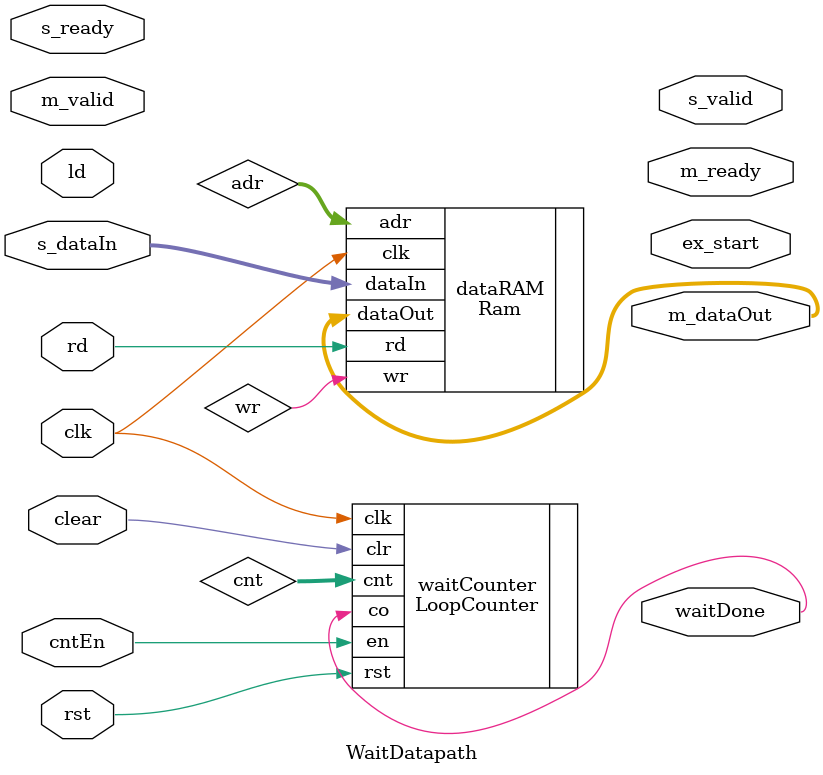
<source format=v>
module WaitDatapath #(parameter DATA_WIDTH = 32, DEPTH = 16) (
    clk, 
    rst, 

    // control signals
    clear, 
    s_ready,
    cntEn, 
    ld,
    rd,
    m_valid,

    // state signals
    ex_start, 
    s_valid,
    waitDone,
    m_ready,

    // input signals
    s_dataIn, 

    // output signals
    m_dataOut
);

    input clk, rst;
    input clear, s_ready, cntEn, ld, rd, m_valid;
    output ex_start, s_valid, waitDone, m_ready;

    input [DATA_WIDTH-1:0] s_dataIn;
    output [DATA_WIDTH-1:0] m_dataOut;
    reg [$clog2(DATA_WIDTH)-1:0] adr;

    Ram #(DATA_WIDTH, DEPTH) dataRAM (
        .clk(clk), 
        .rd(rd), 
        .wr(wr),
        .adr(adr), 
        .dataIn(s_dataIn), 
        .dataOut(m_dataOut)
    );

    reg [DEPTH-1:0] cnt;

    LoopCounter #(8) waitCounter (
        .clk(clk), 
        .rst(rst),
        .en(cntEn), 
        .clr(clear), 
        .co(waitDone), 
        .cnt(cnt)
    );

endmodule
</source>
